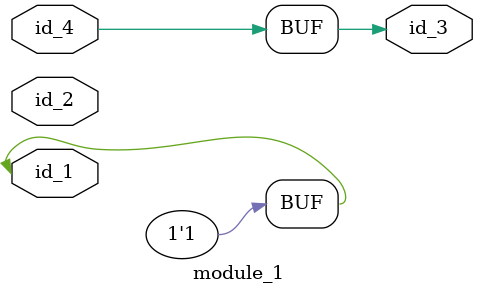
<source format=v>
module module_0 (
    id_1,
    id_2,
    id_3,
    id_4,
    id_5,
    id_6,
    id_7,
    id_8,
    id_9,
    id_10,
    id_11,
    id_12,
    id_13,
    id_14,
    id_15,
    id_16,
    id_17,
    id_18,
    id_19,
    id_20,
    id_21,
    id_22,
    id_23,
    id_24
);
  inout wire id_24;
  input wire id_23;
  inout wire id_22;
  input wire id_21;
  input wire id_20;
  input wire id_19;
  inout wire id_18;
  inout wire id_17;
  inout wire id_16;
  input wire id_15;
  inout wire id_14;
  output wire id_13;
  output wire id_12;
  inout wire id_11;
  input wire id_10;
  input wire id_9;
  output wire id_8;
  output wire id_7;
  output wire id_6;
  output wire id_5;
  output wire id_4;
  input wire id_3;
  input wire id_2;
  output wire id_1;
  assign module_1.id_4 = 0;
  always id_5 = 1 - id_15;
endmodule
module module_1 (
    id_1,
    id_2,
    id_3,
    id_4
);
  input wire id_4;
  output wire id_3;
  input wire id_2;
  inout wire id_1;
  always begin : LABEL_0
    id_3 <= id_4;
  end
  assign id_1 = 1;
  module_0 modCall_1 (
      id_1,
      id_1,
      id_1,
      id_1,
      id_1,
      id_1,
      id_1,
      id_1,
      id_2,
      id_1,
      id_1,
      id_1,
      id_1,
      id_1,
      id_1,
      id_1,
      id_1,
      id_1,
      id_2,
      id_1,
      id_1,
      id_1,
      id_1,
      id_1
  );
  wire id_5;
endmodule

</source>
